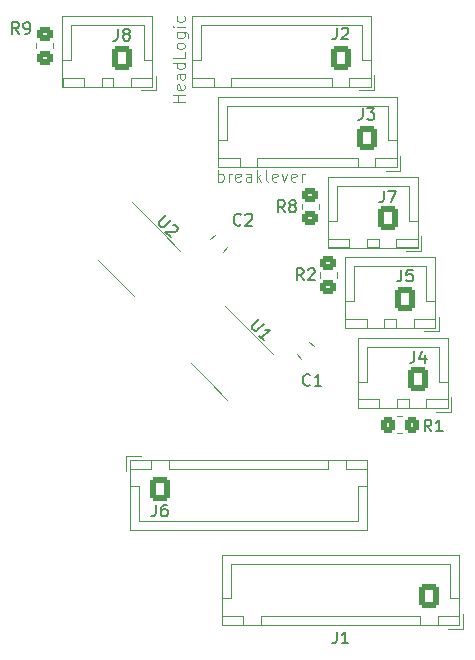
<source format=gto>
%TF.GenerationSoftware,KiCad,Pcbnew,7.0.9*%
%TF.CreationDate,2023-12-16T21:13:00+01:00*%
%TF.ProjectId,RH_GripLogicBoard_FreeJoy,52485f47-7269-4704-9c6f-676963426f61,rev?*%
%TF.SameCoordinates,Original*%
%TF.FileFunction,Legend,Top*%
%TF.FilePolarity,Positive*%
%FSLAX46Y46*%
G04 Gerber Fmt 4.6, Leading zero omitted, Abs format (unit mm)*
G04 Created by KiCad (PCBNEW 7.0.9) date 2023-12-16 21:13:00*
%MOMM*%
%LPD*%
G01*
G04 APERTURE LIST*
G04 Aperture macros list*
%AMRoundRect*
0 Rectangle with rounded corners*
0 $1 Rounding radius*
0 $2 $3 $4 $5 $6 $7 $8 $9 X,Y pos of 4 corners*
0 Add a 4 corners polygon primitive as box body*
4,1,4,$2,$3,$4,$5,$6,$7,$8,$9,$2,$3,0*
0 Add four circle primitives for the rounded corners*
1,1,$1+$1,$2,$3*
1,1,$1+$1,$4,$5*
1,1,$1+$1,$6,$7*
1,1,$1+$1,$8,$9*
0 Add four rect primitives between the rounded corners*
20,1,$1+$1,$2,$3,$4,$5,0*
20,1,$1+$1,$4,$5,$6,$7,0*
20,1,$1+$1,$6,$7,$8,$9,0*
20,1,$1+$1,$8,$9,$2,$3,0*%
G04 Aperture macros list end*
%ADD10C,0.150000*%
%ADD11C,0.100000*%
%ADD12C,0.120000*%
%ADD13RoundRect,0.250000X-0.600000X-0.725000X0.600000X-0.725000X0.600000X0.725000X-0.600000X0.725000X0*%
%ADD14O,1.700000X1.950000*%
%ADD15RoundRect,0.250000X0.600000X0.725000X-0.600000X0.725000X-0.600000X-0.725000X0.600000X-0.725000X0*%
%ADD16C,2.200000*%
%ADD17RoundRect,0.250000X-0.097227X0.574524X-0.574524X0.097227X0.097227X-0.574524X0.574524X-0.097227X0*%
%ADD18RoundRect,0.250000X0.450000X-0.350000X0.450000X0.350000X-0.450000X0.350000X-0.450000X-0.350000X0*%
%ADD19RoundRect,0.100000X-0.521491X0.380070X0.380070X-0.521491X0.521491X-0.380070X-0.380070X0.521491X0*%
%ADD20RoundRect,0.250000X0.600000X0.750000X-0.600000X0.750000X-0.600000X-0.750000X0.600000X-0.750000X0*%
%ADD21O,1.700000X2.000000*%
%ADD22RoundRect,0.250000X-0.350000X-0.450000X0.350000X-0.450000X0.350000X0.450000X-0.350000X0.450000X0*%
%ADD23RoundRect,0.250000X0.574524X0.097227X0.097227X0.574524X-0.574524X-0.097227X-0.097227X-0.574524X0*%
G04 APERTURE END LIST*
D10*
X33546666Y-56864819D02*
X33546666Y-57579104D01*
X33546666Y-57579104D02*
X33499047Y-57721961D01*
X33499047Y-57721961D02*
X33403809Y-57817200D01*
X33403809Y-57817200D02*
X33260952Y-57864819D01*
X33260952Y-57864819D02*
X33165714Y-57864819D01*
X34451428Y-56864819D02*
X34260952Y-56864819D01*
X34260952Y-56864819D02*
X34165714Y-56912438D01*
X34165714Y-56912438D02*
X34118095Y-56960057D01*
X34118095Y-56960057D02*
X34022857Y-57102914D01*
X34022857Y-57102914D02*
X33975238Y-57293390D01*
X33975238Y-57293390D02*
X33975238Y-57674342D01*
X33975238Y-57674342D02*
X34022857Y-57769580D01*
X34022857Y-57769580D02*
X34070476Y-57817200D01*
X34070476Y-57817200D02*
X34165714Y-57864819D01*
X34165714Y-57864819D02*
X34356190Y-57864819D01*
X34356190Y-57864819D02*
X34451428Y-57817200D01*
X34451428Y-57817200D02*
X34499047Y-57769580D01*
X34499047Y-57769580D02*
X34546666Y-57674342D01*
X34546666Y-57674342D02*
X34546666Y-57436247D01*
X34546666Y-57436247D02*
X34499047Y-57341009D01*
X34499047Y-57341009D02*
X34451428Y-57293390D01*
X34451428Y-57293390D02*
X34356190Y-57245771D01*
X34356190Y-57245771D02*
X34165714Y-57245771D01*
X34165714Y-57245771D02*
X34070476Y-57293390D01*
X34070476Y-57293390D02*
X34022857Y-57341009D01*
X34022857Y-57341009D02*
X33975238Y-57436247D01*
X51056666Y-23284819D02*
X51056666Y-23999104D01*
X51056666Y-23999104D02*
X51009047Y-24141961D01*
X51009047Y-24141961D02*
X50913809Y-24237200D01*
X50913809Y-24237200D02*
X50770952Y-24284819D01*
X50770952Y-24284819D02*
X50675714Y-24284819D01*
X51437619Y-23284819D02*
X52056666Y-23284819D01*
X52056666Y-23284819D02*
X51723333Y-23665771D01*
X51723333Y-23665771D02*
X51866190Y-23665771D01*
X51866190Y-23665771D02*
X51961428Y-23713390D01*
X51961428Y-23713390D02*
X52009047Y-23761009D01*
X52009047Y-23761009D02*
X52056666Y-23856247D01*
X52056666Y-23856247D02*
X52056666Y-24094342D01*
X52056666Y-24094342D02*
X52009047Y-24189580D01*
X52009047Y-24189580D02*
X51961428Y-24237200D01*
X51961428Y-24237200D02*
X51866190Y-24284819D01*
X51866190Y-24284819D02*
X51580476Y-24284819D01*
X51580476Y-24284819D02*
X51485238Y-24237200D01*
X51485238Y-24237200D02*
X51437619Y-24189580D01*
D11*
X38810951Y-29512419D02*
X38810951Y-28512419D01*
X38810951Y-28893371D02*
X38906189Y-28845752D01*
X38906189Y-28845752D02*
X39096665Y-28845752D01*
X39096665Y-28845752D02*
X39191903Y-28893371D01*
X39191903Y-28893371D02*
X39239522Y-28940990D01*
X39239522Y-28940990D02*
X39287141Y-29036228D01*
X39287141Y-29036228D02*
X39287141Y-29321942D01*
X39287141Y-29321942D02*
X39239522Y-29417180D01*
X39239522Y-29417180D02*
X39191903Y-29464800D01*
X39191903Y-29464800D02*
X39096665Y-29512419D01*
X39096665Y-29512419D02*
X38906189Y-29512419D01*
X38906189Y-29512419D02*
X38810951Y-29464800D01*
X39715713Y-29512419D02*
X39715713Y-28845752D01*
X39715713Y-29036228D02*
X39763332Y-28940990D01*
X39763332Y-28940990D02*
X39810951Y-28893371D01*
X39810951Y-28893371D02*
X39906189Y-28845752D01*
X39906189Y-28845752D02*
X40001427Y-28845752D01*
X40715713Y-29464800D02*
X40620475Y-29512419D01*
X40620475Y-29512419D02*
X40429999Y-29512419D01*
X40429999Y-29512419D02*
X40334761Y-29464800D01*
X40334761Y-29464800D02*
X40287142Y-29369561D01*
X40287142Y-29369561D02*
X40287142Y-28988609D01*
X40287142Y-28988609D02*
X40334761Y-28893371D01*
X40334761Y-28893371D02*
X40429999Y-28845752D01*
X40429999Y-28845752D02*
X40620475Y-28845752D01*
X40620475Y-28845752D02*
X40715713Y-28893371D01*
X40715713Y-28893371D02*
X40763332Y-28988609D01*
X40763332Y-28988609D02*
X40763332Y-29083847D01*
X40763332Y-29083847D02*
X40287142Y-29179085D01*
X41620475Y-29512419D02*
X41620475Y-28988609D01*
X41620475Y-28988609D02*
X41572856Y-28893371D01*
X41572856Y-28893371D02*
X41477618Y-28845752D01*
X41477618Y-28845752D02*
X41287142Y-28845752D01*
X41287142Y-28845752D02*
X41191904Y-28893371D01*
X41620475Y-29464800D02*
X41525237Y-29512419D01*
X41525237Y-29512419D02*
X41287142Y-29512419D01*
X41287142Y-29512419D02*
X41191904Y-29464800D01*
X41191904Y-29464800D02*
X41144285Y-29369561D01*
X41144285Y-29369561D02*
X41144285Y-29274323D01*
X41144285Y-29274323D02*
X41191904Y-29179085D01*
X41191904Y-29179085D02*
X41287142Y-29131466D01*
X41287142Y-29131466D02*
X41525237Y-29131466D01*
X41525237Y-29131466D02*
X41620475Y-29083847D01*
X42096666Y-29512419D02*
X42096666Y-28512419D01*
X42191904Y-29131466D02*
X42477618Y-29512419D01*
X42477618Y-28845752D02*
X42096666Y-29226704D01*
X43049047Y-29512419D02*
X42953809Y-29464800D01*
X42953809Y-29464800D02*
X42906190Y-29369561D01*
X42906190Y-29369561D02*
X42906190Y-28512419D01*
X43810952Y-29464800D02*
X43715714Y-29512419D01*
X43715714Y-29512419D02*
X43525238Y-29512419D01*
X43525238Y-29512419D02*
X43430000Y-29464800D01*
X43430000Y-29464800D02*
X43382381Y-29369561D01*
X43382381Y-29369561D02*
X43382381Y-28988609D01*
X43382381Y-28988609D02*
X43430000Y-28893371D01*
X43430000Y-28893371D02*
X43525238Y-28845752D01*
X43525238Y-28845752D02*
X43715714Y-28845752D01*
X43715714Y-28845752D02*
X43810952Y-28893371D01*
X43810952Y-28893371D02*
X43858571Y-28988609D01*
X43858571Y-28988609D02*
X43858571Y-29083847D01*
X43858571Y-29083847D02*
X43382381Y-29179085D01*
X44191905Y-28845752D02*
X44430000Y-29512419D01*
X44430000Y-29512419D02*
X44668095Y-28845752D01*
X45430000Y-29464800D02*
X45334762Y-29512419D01*
X45334762Y-29512419D02*
X45144286Y-29512419D01*
X45144286Y-29512419D02*
X45049048Y-29464800D01*
X45049048Y-29464800D02*
X45001429Y-29369561D01*
X45001429Y-29369561D02*
X45001429Y-28988609D01*
X45001429Y-28988609D02*
X45049048Y-28893371D01*
X45049048Y-28893371D02*
X45144286Y-28845752D01*
X45144286Y-28845752D02*
X45334762Y-28845752D01*
X45334762Y-28845752D02*
X45430000Y-28893371D01*
X45430000Y-28893371D02*
X45477619Y-28988609D01*
X45477619Y-28988609D02*
X45477619Y-29083847D01*
X45477619Y-29083847D02*
X45001429Y-29179085D01*
X45906191Y-29512419D02*
X45906191Y-28845752D01*
X45906191Y-29036228D02*
X45953810Y-28940990D01*
X45953810Y-28940990D02*
X46001429Y-28893371D01*
X46001429Y-28893371D02*
X46096667Y-28845752D01*
X46096667Y-28845752D02*
X46191905Y-28845752D01*
D10*
X40753333Y-33139580D02*
X40705714Y-33187200D01*
X40705714Y-33187200D02*
X40562857Y-33234819D01*
X40562857Y-33234819D02*
X40467619Y-33234819D01*
X40467619Y-33234819D02*
X40324762Y-33187200D01*
X40324762Y-33187200D02*
X40229524Y-33091961D01*
X40229524Y-33091961D02*
X40181905Y-32996723D01*
X40181905Y-32996723D02*
X40134286Y-32806247D01*
X40134286Y-32806247D02*
X40134286Y-32663390D01*
X40134286Y-32663390D02*
X40181905Y-32472914D01*
X40181905Y-32472914D02*
X40229524Y-32377676D01*
X40229524Y-32377676D02*
X40324762Y-32282438D01*
X40324762Y-32282438D02*
X40467619Y-32234819D01*
X40467619Y-32234819D02*
X40562857Y-32234819D01*
X40562857Y-32234819D02*
X40705714Y-32282438D01*
X40705714Y-32282438D02*
X40753333Y-32330057D01*
X41134286Y-32330057D02*
X41181905Y-32282438D01*
X41181905Y-32282438D02*
X41277143Y-32234819D01*
X41277143Y-32234819D02*
X41515238Y-32234819D01*
X41515238Y-32234819D02*
X41610476Y-32282438D01*
X41610476Y-32282438D02*
X41658095Y-32330057D01*
X41658095Y-32330057D02*
X41705714Y-32425295D01*
X41705714Y-32425295D02*
X41705714Y-32520533D01*
X41705714Y-32520533D02*
X41658095Y-32663390D01*
X41658095Y-32663390D02*
X41086667Y-33234819D01*
X41086667Y-33234819D02*
X41705714Y-33234819D01*
X48846666Y-67614819D02*
X48846666Y-68329104D01*
X48846666Y-68329104D02*
X48799047Y-68471961D01*
X48799047Y-68471961D02*
X48703809Y-68567200D01*
X48703809Y-68567200D02*
X48560952Y-68614819D01*
X48560952Y-68614819D02*
X48465714Y-68614819D01*
X49846666Y-68614819D02*
X49275238Y-68614819D01*
X49560952Y-68614819D02*
X49560952Y-67614819D01*
X49560952Y-67614819D02*
X49465714Y-67757676D01*
X49465714Y-67757676D02*
X49370476Y-67852914D01*
X49370476Y-67852914D02*
X49275238Y-67900533D01*
X44463333Y-32104819D02*
X44130000Y-31628628D01*
X43891905Y-32104819D02*
X43891905Y-31104819D01*
X43891905Y-31104819D02*
X44272857Y-31104819D01*
X44272857Y-31104819D02*
X44368095Y-31152438D01*
X44368095Y-31152438D02*
X44415714Y-31200057D01*
X44415714Y-31200057D02*
X44463333Y-31295295D01*
X44463333Y-31295295D02*
X44463333Y-31438152D01*
X44463333Y-31438152D02*
X44415714Y-31533390D01*
X44415714Y-31533390D02*
X44368095Y-31581009D01*
X44368095Y-31581009D02*
X44272857Y-31628628D01*
X44272857Y-31628628D02*
X43891905Y-31628628D01*
X45034762Y-31533390D02*
X44939524Y-31485771D01*
X44939524Y-31485771D02*
X44891905Y-31438152D01*
X44891905Y-31438152D02*
X44844286Y-31342914D01*
X44844286Y-31342914D02*
X44844286Y-31295295D01*
X44844286Y-31295295D02*
X44891905Y-31200057D01*
X44891905Y-31200057D02*
X44939524Y-31152438D01*
X44939524Y-31152438D02*
X45034762Y-31104819D01*
X45034762Y-31104819D02*
X45225238Y-31104819D01*
X45225238Y-31104819D02*
X45320476Y-31152438D01*
X45320476Y-31152438D02*
X45368095Y-31200057D01*
X45368095Y-31200057D02*
X45415714Y-31295295D01*
X45415714Y-31295295D02*
X45415714Y-31342914D01*
X45415714Y-31342914D02*
X45368095Y-31438152D01*
X45368095Y-31438152D02*
X45320476Y-31485771D01*
X45320476Y-31485771D02*
X45225238Y-31533390D01*
X45225238Y-31533390D02*
X45034762Y-31533390D01*
X45034762Y-31533390D02*
X44939524Y-31581009D01*
X44939524Y-31581009D02*
X44891905Y-31628628D01*
X44891905Y-31628628D02*
X44844286Y-31723866D01*
X44844286Y-31723866D02*
X44844286Y-31914342D01*
X44844286Y-31914342D02*
X44891905Y-32009580D01*
X44891905Y-32009580D02*
X44939524Y-32057200D01*
X44939524Y-32057200D02*
X45034762Y-32104819D01*
X45034762Y-32104819D02*
X45225238Y-32104819D01*
X45225238Y-32104819D02*
X45320476Y-32057200D01*
X45320476Y-32057200D02*
X45368095Y-32009580D01*
X45368095Y-32009580D02*
X45415714Y-31914342D01*
X45415714Y-31914342D02*
X45415714Y-31723866D01*
X45415714Y-31723866D02*
X45368095Y-31628628D01*
X45368095Y-31628628D02*
X45320476Y-31581009D01*
X45320476Y-31581009D02*
X45225238Y-31533390D01*
X34386271Y-32386232D02*
X33813851Y-32958652D01*
X33813851Y-32958652D02*
X33780179Y-33059667D01*
X33780179Y-33059667D02*
X33780179Y-33127011D01*
X33780179Y-33127011D02*
X33813851Y-33228026D01*
X33813851Y-33228026D02*
X33948538Y-33362713D01*
X33948538Y-33362713D02*
X34049553Y-33396385D01*
X34049553Y-33396385D02*
X34116897Y-33396385D01*
X34116897Y-33396385D02*
X34217912Y-33362713D01*
X34217912Y-33362713D02*
X34790332Y-32790293D01*
X35026034Y-33160683D02*
X35093377Y-33160683D01*
X35093377Y-33160683D02*
X35194393Y-33194354D01*
X35194393Y-33194354D02*
X35362751Y-33362713D01*
X35362751Y-33362713D02*
X35396423Y-33463728D01*
X35396423Y-33463728D02*
X35396423Y-33531072D01*
X35396423Y-33531072D02*
X35362751Y-33632087D01*
X35362751Y-33632087D02*
X35295408Y-33699431D01*
X35295408Y-33699431D02*
X35160721Y-33766774D01*
X35160721Y-33766774D02*
X34352599Y-33766774D01*
X34352599Y-33766774D02*
X34790332Y-34204507D01*
X48846666Y-16484819D02*
X48846666Y-17199104D01*
X48846666Y-17199104D02*
X48799047Y-17341961D01*
X48799047Y-17341961D02*
X48703809Y-17437200D01*
X48703809Y-17437200D02*
X48560952Y-17484819D01*
X48560952Y-17484819D02*
X48465714Y-17484819D01*
X49275238Y-16580057D02*
X49322857Y-16532438D01*
X49322857Y-16532438D02*
X49418095Y-16484819D01*
X49418095Y-16484819D02*
X49656190Y-16484819D01*
X49656190Y-16484819D02*
X49751428Y-16532438D01*
X49751428Y-16532438D02*
X49799047Y-16580057D01*
X49799047Y-16580057D02*
X49846666Y-16675295D01*
X49846666Y-16675295D02*
X49846666Y-16770533D01*
X49846666Y-16770533D02*
X49799047Y-16913390D01*
X49799047Y-16913390D02*
X49227619Y-17484819D01*
X49227619Y-17484819D02*
X49846666Y-17484819D01*
D11*
X35972419Y-22745237D02*
X34972419Y-22745237D01*
X35448609Y-22745237D02*
X35448609Y-22173809D01*
X35972419Y-22173809D02*
X34972419Y-22173809D01*
X35924800Y-21316666D02*
X35972419Y-21411904D01*
X35972419Y-21411904D02*
X35972419Y-21602380D01*
X35972419Y-21602380D02*
X35924800Y-21697618D01*
X35924800Y-21697618D02*
X35829561Y-21745237D01*
X35829561Y-21745237D02*
X35448609Y-21745237D01*
X35448609Y-21745237D02*
X35353371Y-21697618D01*
X35353371Y-21697618D02*
X35305752Y-21602380D01*
X35305752Y-21602380D02*
X35305752Y-21411904D01*
X35305752Y-21411904D02*
X35353371Y-21316666D01*
X35353371Y-21316666D02*
X35448609Y-21269047D01*
X35448609Y-21269047D02*
X35543847Y-21269047D01*
X35543847Y-21269047D02*
X35639085Y-21745237D01*
X35972419Y-20411904D02*
X35448609Y-20411904D01*
X35448609Y-20411904D02*
X35353371Y-20459523D01*
X35353371Y-20459523D02*
X35305752Y-20554761D01*
X35305752Y-20554761D02*
X35305752Y-20745237D01*
X35305752Y-20745237D02*
X35353371Y-20840475D01*
X35924800Y-20411904D02*
X35972419Y-20507142D01*
X35972419Y-20507142D02*
X35972419Y-20745237D01*
X35972419Y-20745237D02*
X35924800Y-20840475D01*
X35924800Y-20840475D02*
X35829561Y-20888094D01*
X35829561Y-20888094D02*
X35734323Y-20888094D01*
X35734323Y-20888094D02*
X35639085Y-20840475D01*
X35639085Y-20840475D02*
X35591466Y-20745237D01*
X35591466Y-20745237D02*
X35591466Y-20507142D01*
X35591466Y-20507142D02*
X35543847Y-20411904D01*
X35972419Y-19507142D02*
X34972419Y-19507142D01*
X35924800Y-19507142D02*
X35972419Y-19602380D01*
X35972419Y-19602380D02*
X35972419Y-19792856D01*
X35972419Y-19792856D02*
X35924800Y-19888094D01*
X35924800Y-19888094D02*
X35877180Y-19935713D01*
X35877180Y-19935713D02*
X35781942Y-19983332D01*
X35781942Y-19983332D02*
X35496228Y-19983332D01*
X35496228Y-19983332D02*
X35400990Y-19935713D01*
X35400990Y-19935713D02*
X35353371Y-19888094D01*
X35353371Y-19888094D02*
X35305752Y-19792856D01*
X35305752Y-19792856D02*
X35305752Y-19602380D01*
X35305752Y-19602380D02*
X35353371Y-19507142D01*
X35972419Y-18554761D02*
X35972419Y-19030951D01*
X35972419Y-19030951D02*
X34972419Y-19030951D01*
X35972419Y-18078570D02*
X35924800Y-18173808D01*
X35924800Y-18173808D02*
X35877180Y-18221427D01*
X35877180Y-18221427D02*
X35781942Y-18269046D01*
X35781942Y-18269046D02*
X35496228Y-18269046D01*
X35496228Y-18269046D02*
X35400990Y-18221427D01*
X35400990Y-18221427D02*
X35353371Y-18173808D01*
X35353371Y-18173808D02*
X35305752Y-18078570D01*
X35305752Y-18078570D02*
X35305752Y-17935713D01*
X35305752Y-17935713D02*
X35353371Y-17840475D01*
X35353371Y-17840475D02*
X35400990Y-17792856D01*
X35400990Y-17792856D02*
X35496228Y-17745237D01*
X35496228Y-17745237D02*
X35781942Y-17745237D01*
X35781942Y-17745237D02*
X35877180Y-17792856D01*
X35877180Y-17792856D02*
X35924800Y-17840475D01*
X35924800Y-17840475D02*
X35972419Y-17935713D01*
X35972419Y-17935713D02*
X35972419Y-18078570D01*
X35305752Y-16888094D02*
X36115276Y-16888094D01*
X36115276Y-16888094D02*
X36210514Y-16935713D01*
X36210514Y-16935713D02*
X36258133Y-16983332D01*
X36258133Y-16983332D02*
X36305752Y-17078570D01*
X36305752Y-17078570D02*
X36305752Y-17221427D01*
X36305752Y-17221427D02*
X36258133Y-17316665D01*
X35924800Y-16888094D02*
X35972419Y-16983332D01*
X35972419Y-16983332D02*
X35972419Y-17173808D01*
X35972419Y-17173808D02*
X35924800Y-17269046D01*
X35924800Y-17269046D02*
X35877180Y-17316665D01*
X35877180Y-17316665D02*
X35781942Y-17364284D01*
X35781942Y-17364284D02*
X35496228Y-17364284D01*
X35496228Y-17364284D02*
X35400990Y-17316665D01*
X35400990Y-17316665D02*
X35353371Y-17269046D01*
X35353371Y-17269046D02*
X35305752Y-17173808D01*
X35305752Y-17173808D02*
X35305752Y-16983332D01*
X35305752Y-16983332D02*
X35353371Y-16888094D01*
X35972419Y-16411903D02*
X35305752Y-16411903D01*
X34972419Y-16411903D02*
X35020038Y-16459522D01*
X35020038Y-16459522D02*
X35067657Y-16411903D01*
X35067657Y-16411903D02*
X35020038Y-16364284D01*
X35020038Y-16364284D02*
X34972419Y-16411903D01*
X34972419Y-16411903D02*
X35067657Y-16411903D01*
X35924800Y-15507142D02*
X35972419Y-15602380D01*
X35972419Y-15602380D02*
X35972419Y-15792856D01*
X35972419Y-15792856D02*
X35924800Y-15888094D01*
X35924800Y-15888094D02*
X35877180Y-15935713D01*
X35877180Y-15935713D02*
X35781942Y-15983332D01*
X35781942Y-15983332D02*
X35496228Y-15983332D01*
X35496228Y-15983332D02*
X35400990Y-15935713D01*
X35400990Y-15935713D02*
X35353371Y-15888094D01*
X35353371Y-15888094D02*
X35305752Y-15792856D01*
X35305752Y-15792856D02*
X35305752Y-15602380D01*
X35305752Y-15602380D02*
X35353371Y-15507142D01*
D10*
X54336666Y-36974819D02*
X54336666Y-37689104D01*
X54336666Y-37689104D02*
X54289047Y-37831961D01*
X54289047Y-37831961D02*
X54193809Y-37927200D01*
X54193809Y-37927200D02*
X54050952Y-37974819D01*
X54050952Y-37974819D02*
X53955714Y-37974819D01*
X55289047Y-36974819D02*
X54812857Y-36974819D01*
X54812857Y-36974819D02*
X54765238Y-37451009D01*
X54765238Y-37451009D02*
X54812857Y-37403390D01*
X54812857Y-37403390D02*
X54908095Y-37355771D01*
X54908095Y-37355771D02*
X55146190Y-37355771D01*
X55146190Y-37355771D02*
X55241428Y-37403390D01*
X55241428Y-37403390D02*
X55289047Y-37451009D01*
X55289047Y-37451009D02*
X55336666Y-37546247D01*
X55336666Y-37546247D02*
X55336666Y-37784342D01*
X55336666Y-37784342D02*
X55289047Y-37879580D01*
X55289047Y-37879580D02*
X55241428Y-37927200D01*
X55241428Y-37927200D02*
X55146190Y-37974819D01*
X55146190Y-37974819D02*
X54908095Y-37974819D01*
X54908095Y-37974819D02*
X54812857Y-37927200D01*
X54812857Y-37927200D02*
X54765238Y-37879580D01*
X56863333Y-50664819D02*
X56530000Y-50188628D01*
X56291905Y-50664819D02*
X56291905Y-49664819D01*
X56291905Y-49664819D02*
X56672857Y-49664819D01*
X56672857Y-49664819D02*
X56768095Y-49712438D01*
X56768095Y-49712438D02*
X56815714Y-49760057D01*
X56815714Y-49760057D02*
X56863333Y-49855295D01*
X56863333Y-49855295D02*
X56863333Y-49998152D01*
X56863333Y-49998152D02*
X56815714Y-50093390D01*
X56815714Y-50093390D02*
X56768095Y-50141009D01*
X56768095Y-50141009D02*
X56672857Y-50188628D01*
X56672857Y-50188628D02*
X56291905Y-50188628D01*
X57815714Y-50664819D02*
X57244286Y-50664819D01*
X57530000Y-50664819D02*
X57530000Y-49664819D01*
X57530000Y-49664819D02*
X57434762Y-49807676D01*
X57434762Y-49807676D02*
X57339524Y-49902914D01*
X57339524Y-49902914D02*
X57244286Y-49950533D01*
X46053333Y-37864819D02*
X45720000Y-37388628D01*
X45481905Y-37864819D02*
X45481905Y-36864819D01*
X45481905Y-36864819D02*
X45862857Y-36864819D01*
X45862857Y-36864819D02*
X45958095Y-36912438D01*
X45958095Y-36912438D02*
X46005714Y-36960057D01*
X46005714Y-36960057D02*
X46053333Y-37055295D01*
X46053333Y-37055295D02*
X46053333Y-37198152D01*
X46053333Y-37198152D02*
X46005714Y-37293390D01*
X46005714Y-37293390D02*
X45958095Y-37341009D01*
X45958095Y-37341009D02*
X45862857Y-37388628D01*
X45862857Y-37388628D02*
X45481905Y-37388628D01*
X46434286Y-36960057D02*
X46481905Y-36912438D01*
X46481905Y-36912438D02*
X46577143Y-36864819D01*
X46577143Y-36864819D02*
X46815238Y-36864819D01*
X46815238Y-36864819D02*
X46910476Y-36912438D01*
X46910476Y-36912438D02*
X46958095Y-36960057D01*
X46958095Y-36960057D02*
X47005714Y-37055295D01*
X47005714Y-37055295D02*
X47005714Y-37150533D01*
X47005714Y-37150533D02*
X46958095Y-37293390D01*
X46958095Y-37293390D02*
X46386667Y-37864819D01*
X46386667Y-37864819D02*
X47005714Y-37864819D01*
X52836666Y-30274819D02*
X52836666Y-30989104D01*
X52836666Y-30989104D02*
X52789047Y-31131961D01*
X52789047Y-31131961D02*
X52693809Y-31227200D01*
X52693809Y-31227200D02*
X52550952Y-31274819D01*
X52550952Y-31274819D02*
X52455714Y-31274819D01*
X53217619Y-30274819D02*
X53884285Y-30274819D01*
X53884285Y-30274819D02*
X53455714Y-31274819D01*
X30336666Y-16574819D02*
X30336666Y-17289104D01*
X30336666Y-17289104D02*
X30289047Y-17431961D01*
X30289047Y-17431961D02*
X30193809Y-17527200D01*
X30193809Y-17527200D02*
X30050952Y-17574819D01*
X30050952Y-17574819D02*
X29955714Y-17574819D01*
X30955714Y-17003390D02*
X30860476Y-16955771D01*
X30860476Y-16955771D02*
X30812857Y-16908152D01*
X30812857Y-16908152D02*
X30765238Y-16812914D01*
X30765238Y-16812914D02*
X30765238Y-16765295D01*
X30765238Y-16765295D02*
X30812857Y-16670057D01*
X30812857Y-16670057D02*
X30860476Y-16622438D01*
X30860476Y-16622438D02*
X30955714Y-16574819D01*
X30955714Y-16574819D02*
X31146190Y-16574819D01*
X31146190Y-16574819D02*
X31241428Y-16622438D01*
X31241428Y-16622438D02*
X31289047Y-16670057D01*
X31289047Y-16670057D02*
X31336666Y-16765295D01*
X31336666Y-16765295D02*
X31336666Y-16812914D01*
X31336666Y-16812914D02*
X31289047Y-16908152D01*
X31289047Y-16908152D02*
X31241428Y-16955771D01*
X31241428Y-16955771D02*
X31146190Y-17003390D01*
X31146190Y-17003390D02*
X30955714Y-17003390D01*
X30955714Y-17003390D02*
X30860476Y-17051009D01*
X30860476Y-17051009D02*
X30812857Y-17098628D01*
X30812857Y-17098628D02*
X30765238Y-17193866D01*
X30765238Y-17193866D02*
X30765238Y-17384342D01*
X30765238Y-17384342D02*
X30812857Y-17479580D01*
X30812857Y-17479580D02*
X30860476Y-17527200D01*
X30860476Y-17527200D02*
X30955714Y-17574819D01*
X30955714Y-17574819D02*
X31146190Y-17574819D01*
X31146190Y-17574819D02*
X31241428Y-17527200D01*
X31241428Y-17527200D02*
X31289047Y-17479580D01*
X31289047Y-17479580D02*
X31336666Y-17384342D01*
X31336666Y-17384342D02*
X31336666Y-17193866D01*
X31336666Y-17193866D02*
X31289047Y-17098628D01*
X31289047Y-17098628D02*
X31241428Y-17051009D01*
X31241428Y-17051009D02*
X31146190Y-17003390D01*
X55436666Y-43874819D02*
X55436666Y-44589104D01*
X55436666Y-44589104D02*
X55389047Y-44731961D01*
X55389047Y-44731961D02*
X55293809Y-44827200D01*
X55293809Y-44827200D02*
X55150952Y-44874819D01*
X55150952Y-44874819D02*
X55055714Y-44874819D01*
X56341428Y-44208152D02*
X56341428Y-44874819D01*
X56103333Y-43827200D02*
X55865238Y-44541485D01*
X55865238Y-44541485D02*
X56484285Y-44541485D01*
X42266271Y-41136232D02*
X41693851Y-41708652D01*
X41693851Y-41708652D02*
X41660179Y-41809667D01*
X41660179Y-41809667D02*
X41660179Y-41877011D01*
X41660179Y-41877011D02*
X41693851Y-41978026D01*
X41693851Y-41978026D02*
X41828538Y-42112713D01*
X41828538Y-42112713D02*
X41929553Y-42146385D01*
X41929553Y-42146385D02*
X41996897Y-42146385D01*
X41996897Y-42146385D02*
X42097912Y-42112713D01*
X42097912Y-42112713D02*
X42670332Y-41540293D01*
X42670332Y-42954507D02*
X42266271Y-42550446D01*
X42468301Y-42752476D02*
X43175408Y-42045370D01*
X43175408Y-42045370D02*
X43007049Y-42079041D01*
X43007049Y-42079041D02*
X42872362Y-42079041D01*
X42872362Y-42079041D02*
X42771347Y-42045370D01*
X21953333Y-17004819D02*
X21620000Y-16528628D01*
X21381905Y-17004819D02*
X21381905Y-16004819D01*
X21381905Y-16004819D02*
X21762857Y-16004819D01*
X21762857Y-16004819D02*
X21858095Y-16052438D01*
X21858095Y-16052438D02*
X21905714Y-16100057D01*
X21905714Y-16100057D02*
X21953333Y-16195295D01*
X21953333Y-16195295D02*
X21953333Y-16338152D01*
X21953333Y-16338152D02*
X21905714Y-16433390D01*
X21905714Y-16433390D02*
X21858095Y-16481009D01*
X21858095Y-16481009D02*
X21762857Y-16528628D01*
X21762857Y-16528628D02*
X21381905Y-16528628D01*
X22429524Y-17004819D02*
X22620000Y-17004819D01*
X22620000Y-17004819D02*
X22715238Y-16957200D01*
X22715238Y-16957200D02*
X22762857Y-16909580D01*
X22762857Y-16909580D02*
X22858095Y-16766723D01*
X22858095Y-16766723D02*
X22905714Y-16576247D01*
X22905714Y-16576247D02*
X22905714Y-16195295D01*
X22905714Y-16195295D02*
X22858095Y-16100057D01*
X22858095Y-16100057D02*
X22810476Y-16052438D01*
X22810476Y-16052438D02*
X22715238Y-16004819D01*
X22715238Y-16004819D02*
X22524762Y-16004819D01*
X22524762Y-16004819D02*
X22429524Y-16052438D01*
X22429524Y-16052438D02*
X22381905Y-16100057D01*
X22381905Y-16100057D02*
X22334286Y-16195295D01*
X22334286Y-16195295D02*
X22334286Y-16433390D01*
X22334286Y-16433390D02*
X22381905Y-16528628D01*
X22381905Y-16528628D02*
X22429524Y-16576247D01*
X22429524Y-16576247D02*
X22524762Y-16623866D01*
X22524762Y-16623866D02*
X22715238Y-16623866D01*
X22715238Y-16623866D02*
X22810476Y-16576247D01*
X22810476Y-16576247D02*
X22858095Y-16528628D01*
X22858095Y-16528628D02*
X22905714Y-16433390D01*
X46603333Y-46709580D02*
X46555714Y-46757200D01*
X46555714Y-46757200D02*
X46412857Y-46804819D01*
X46412857Y-46804819D02*
X46317619Y-46804819D01*
X46317619Y-46804819D02*
X46174762Y-46757200D01*
X46174762Y-46757200D02*
X46079524Y-46661961D01*
X46079524Y-46661961D02*
X46031905Y-46566723D01*
X46031905Y-46566723D02*
X45984286Y-46376247D01*
X45984286Y-46376247D02*
X45984286Y-46233390D01*
X45984286Y-46233390D02*
X46031905Y-46042914D01*
X46031905Y-46042914D02*
X46079524Y-45947676D01*
X46079524Y-45947676D02*
X46174762Y-45852438D01*
X46174762Y-45852438D02*
X46317619Y-45804819D01*
X46317619Y-45804819D02*
X46412857Y-45804819D01*
X46412857Y-45804819D02*
X46555714Y-45852438D01*
X46555714Y-45852438D02*
X46603333Y-45900057D01*
X47555714Y-46804819D02*
X46984286Y-46804819D01*
X47270000Y-46804819D02*
X47270000Y-45804819D01*
X47270000Y-45804819D02*
X47174762Y-45947676D01*
X47174762Y-45947676D02*
X47079524Y-46042914D01*
X47079524Y-46042914D02*
X46984286Y-46090533D01*
D12*
X31040000Y-52770000D02*
X31040000Y-54020000D01*
X31330000Y-53060000D02*
X31330000Y-59030000D01*
X31330000Y-59030000D02*
X51450000Y-59030000D01*
X31340000Y-53070000D02*
X31340000Y-53820000D01*
X31340000Y-53820000D02*
X33140000Y-53820000D01*
X31340000Y-55320000D02*
X32090000Y-55320000D01*
X32090000Y-55320000D02*
X32090000Y-58270000D01*
X32090000Y-58270000D02*
X41390000Y-58270000D01*
X32290000Y-52770000D02*
X31040000Y-52770000D01*
X33140000Y-53070000D02*
X31340000Y-53070000D01*
X33140000Y-53820000D02*
X33140000Y-53070000D01*
X34640000Y-53070000D02*
X34640000Y-53820000D01*
X34640000Y-53820000D02*
X48140000Y-53820000D01*
X48140000Y-53070000D02*
X34640000Y-53070000D01*
X48140000Y-53820000D02*
X48140000Y-53070000D01*
X49640000Y-53070000D02*
X49640000Y-53820000D01*
X49640000Y-53820000D02*
X51440000Y-53820000D01*
X50690000Y-55320000D02*
X50690000Y-58270000D01*
X50690000Y-58270000D02*
X41390000Y-58270000D01*
X51440000Y-53070000D02*
X49640000Y-53070000D01*
X51440000Y-53820000D02*
X51440000Y-53070000D01*
X51440000Y-55320000D02*
X50690000Y-55320000D01*
X51450000Y-53060000D02*
X31330000Y-53060000D01*
X51450000Y-59030000D02*
X51450000Y-53060000D01*
X54240000Y-28580000D02*
X54240000Y-27330000D01*
X53950000Y-28290000D02*
X53950000Y-22320000D01*
X53950000Y-22320000D02*
X38830000Y-22320000D01*
X53940000Y-28280000D02*
X53940000Y-27530000D01*
X53940000Y-27530000D02*
X52140000Y-27530000D01*
X53940000Y-26030000D02*
X53190000Y-26030000D01*
X53190000Y-26030000D02*
X53190000Y-23080000D01*
X53190000Y-23080000D02*
X46390000Y-23080000D01*
X52990000Y-28580000D02*
X54240000Y-28580000D01*
X52140000Y-28280000D02*
X53940000Y-28280000D01*
X52140000Y-27530000D02*
X52140000Y-28280000D01*
X50640000Y-28280000D02*
X50640000Y-27530000D01*
X50640000Y-27530000D02*
X42140000Y-27530000D01*
X42140000Y-28280000D02*
X50640000Y-28280000D01*
X42140000Y-27530000D02*
X42140000Y-28280000D01*
X40640000Y-28280000D02*
X40640000Y-27530000D01*
X40640000Y-27530000D02*
X38840000Y-27530000D01*
X39590000Y-26030000D02*
X39590000Y-23080000D01*
X39590000Y-23080000D02*
X46390000Y-23080000D01*
X38840000Y-28280000D02*
X40640000Y-28280000D01*
X38840000Y-27530000D02*
X38840000Y-28280000D01*
X38840000Y-26030000D02*
X39590000Y-26030000D01*
X38830000Y-28290000D02*
X53950000Y-28290000D01*
X38830000Y-22320000D02*
X38830000Y-28290000D01*
X39574457Y-35074990D02*
X39204990Y-35444457D01*
X38535010Y-34035543D02*
X38165543Y-34405010D01*
X59530000Y-67360000D02*
X59530000Y-66110000D01*
X59240000Y-67070000D02*
X59240000Y-61100000D01*
X59240000Y-61100000D02*
X39120000Y-61100000D01*
X59230000Y-67060000D02*
X59230000Y-66310000D01*
X59230000Y-66310000D02*
X57430000Y-66310000D01*
X59230000Y-64810000D02*
X58480000Y-64810000D01*
X58480000Y-64810000D02*
X58480000Y-61860000D01*
X58480000Y-61860000D02*
X49180000Y-61860000D01*
X58280000Y-67360000D02*
X59530000Y-67360000D01*
X57430000Y-67060000D02*
X59230000Y-67060000D01*
X57430000Y-66310000D02*
X57430000Y-67060000D01*
X55930000Y-67060000D02*
X55930000Y-66310000D01*
X55930000Y-66310000D02*
X42430000Y-66310000D01*
X42430000Y-67060000D02*
X55930000Y-67060000D01*
X42430000Y-66310000D02*
X42430000Y-67060000D01*
X40930000Y-67060000D02*
X40930000Y-66310000D01*
X40930000Y-66310000D02*
X39130000Y-66310000D01*
X39880000Y-64810000D02*
X39880000Y-61860000D01*
X39880000Y-61860000D02*
X49180000Y-61860000D01*
X39130000Y-67060000D02*
X40930000Y-67060000D01*
X39130000Y-66310000D02*
X39130000Y-67060000D01*
X39130000Y-64810000D02*
X39880000Y-64810000D01*
X39120000Y-67070000D02*
X59240000Y-67070000D01*
X39120000Y-61100000D02*
X39120000Y-67070000D01*
X45895000Y-31867064D02*
X45895000Y-31412936D01*
X47365000Y-31867064D02*
X47365000Y-31412936D01*
X34033937Y-33816063D02*
X31488353Y-31270479D01*
X34033937Y-33816063D02*
X35589572Y-35371698D01*
X30166063Y-37683937D02*
X28610428Y-36128302D01*
X30166063Y-37683937D02*
X31721698Y-39239572D01*
X52030000Y-21780000D02*
X52030000Y-20530000D01*
X51740000Y-21490000D02*
X51740000Y-15520000D01*
X51740000Y-15520000D02*
X36620000Y-15520000D01*
X51730000Y-21480000D02*
X51730000Y-20730000D01*
X51730000Y-20730000D02*
X49930000Y-20730000D01*
X51730000Y-19230000D02*
X50980000Y-19230000D01*
X50980000Y-19230000D02*
X50980000Y-16280000D01*
X50980000Y-16280000D02*
X44180000Y-16280000D01*
X50780000Y-21780000D02*
X52030000Y-21780000D01*
X49930000Y-21480000D02*
X51730000Y-21480000D01*
X49930000Y-20730000D02*
X49930000Y-21480000D01*
X48430000Y-21480000D02*
X48430000Y-20730000D01*
X48430000Y-20730000D02*
X39930000Y-20730000D01*
X39930000Y-21480000D02*
X48430000Y-21480000D01*
X39930000Y-20730000D02*
X39930000Y-21480000D01*
X38430000Y-21480000D02*
X38430000Y-20730000D01*
X38430000Y-20730000D02*
X36630000Y-20730000D01*
X37380000Y-19230000D02*
X37380000Y-16280000D01*
X37380000Y-16280000D02*
X44180000Y-16280000D01*
X36630000Y-21480000D02*
X38430000Y-21480000D01*
X36630000Y-20730000D02*
X36630000Y-21480000D01*
X36630000Y-19230000D02*
X37380000Y-19230000D01*
X36620000Y-21490000D02*
X51740000Y-21490000D01*
X36620000Y-15520000D02*
X36620000Y-21490000D01*
X57480000Y-42190000D02*
X57480000Y-40940000D01*
X57190000Y-41900000D02*
X57190000Y-35930000D01*
X57190000Y-35930000D02*
X49570000Y-35930000D01*
X57180000Y-41890000D02*
X57180000Y-41140000D01*
X57180000Y-41140000D02*
X55380000Y-41140000D01*
X57180000Y-39640000D02*
X56430000Y-39640000D01*
X56430000Y-39640000D02*
X56430000Y-36690000D01*
X56430000Y-36690000D02*
X53380000Y-36690000D01*
X56230000Y-42190000D02*
X57480000Y-42190000D01*
X55380000Y-41890000D02*
X57180000Y-41890000D01*
X55380000Y-41140000D02*
X55380000Y-41890000D01*
X53880000Y-41890000D02*
X53880000Y-41140000D01*
X53880000Y-41140000D02*
X52880000Y-41140000D01*
X52880000Y-41890000D02*
X53880000Y-41890000D01*
X52880000Y-41140000D02*
X52880000Y-41890000D01*
X51380000Y-41890000D02*
X51380000Y-41140000D01*
X51380000Y-41140000D02*
X49580000Y-41140000D01*
X50330000Y-39640000D02*
X50330000Y-36690000D01*
X50330000Y-36690000D02*
X53380000Y-36690000D01*
X49580000Y-41890000D02*
X51380000Y-41890000D01*
X49580000Y-41140000D02*
X49580000Y-41890000D01*
X49580000Y-39640000D02*
X50330000Y-39640000D01*
X49570000Y-41900000D02*
X57190000Y-41900000D01*
X49570000Y-35930000D02*
X49570000Y-41900000D01*
X53972936Y-49365000D02*
X54427064Y-49365000D01*
X53972936Y-50835000D02*
X54427064Y-50835000D01*
X47405000Y-37647064D02*
X47405000Y-37192936D01*
X48875000Y-37647064D02*
X48875000Y-37192936D01*
X56010000Y-35390000D02*
X56010000Y-34140000D01*
X55720000Y-35100000D02*
X55720000Y-29130000D01*
X55720000Y-29130000D02*
X48100000Y-29130000D01*
X55710000Y-35090000D02*
X55710000Y-34340000D01*
X55710000Y-34340000D02*
X53910000Y-34340000D01*
X55710000Y-32840000D02*
X54960000Y-32840000D01*
X54960000Y-32840000D02*
X54960000Y-29890000D01*
X54960000Y-29890000D02*
X51910000Y-29890000D01*
X54760000Y-35390000D02*
X56010000Y-35390000D01*
X53910000Y-35090000D02*
X55710000Y-35090000D01*
X53910000Y-34340000D02*
X53910000Y-35090000D01*
X52410000Y-35090000D02*
X52410000Y-34340000D01*
X52410000Y-34340000D02*
X51410000Y-34340000D01*
X51410000Y-35090000D02*
X52410000Y-35090000D01*
X51410000Y-34340000D02*
X51410000Y-35090000D01*
X49910000Y-35090000D02*
X49910000Y-34340000D01*
X49910000Y-34340000D02*
X48110000Y-34340000D01*
X48860000Y-32840000D02*
X48860000Y-29890000D01*
X48860000Y-29890000D02*
X51910000Y-29890000D01*
X48110000Y-35090000D02*
X49910000Y-35090000D01*
X48110000Y-34340000D02*
X48110000Y-35090000D01*
X48110000Y-32840000D02*
X48860000Y-32840000D01*
X48100000Y-35100000D02*
X55720000Y-35100000D01*
X48100000Y-29130000D02*
X48100000Y-35100000D01*
X33550000Y-21785000D02*
X33550000Y-20535000D01*
X33260000Y-21495000D02*
X33260000Y-15525000D01*
X33260000Y-15525000D02*
X25640000Y-15525000D01*
X33250000Y-21485000D02*
X33250000Y-20735000D01*
X33250000Y-20735000D02*
X31450000Y-20735000D01*
X33250000Y-19235000D02*
X32500000Y-19235000D01*
X32500000Y-19235000D02*
X32500000Y-16285000D01*
X32500000Y-16285000D02*
X29450000Y-16285000D01*
X32300000Y-21785000D02*
X33550000Y-21785000D01*
X31450000Y-21485000D02*
X33250000Y-21485000D01*
X31450000Y-20735000D02*
X31450000Y-21485000D01*
X29950000Y-21485000D02*
X29950000Y-20735000D01*
X29950000Y-20735000D02*
X28950000Y-20735000D01*
X28950000Y-21485000D02*
X29950000Y-21485000D01*
X28950000Y-20735000D02*
X28950000Y-21485000D01*
X27450000Y-21485000D02*
X27450000Y-20735000D01*
X27450000Y-20735000D02*
X25650000Y-20735000D01*
X26400000Y-19235000D02*
X26400000Y-16285000D01*
X26400000Y-16285000D02*
X29450000Y-16285000D01*
X25650000Y-21485000D02*
X27450000Y-21485000D01*
X25650000Y-20735000D02*
X25650000Y-21485000D01*
X25650000Y-19235000D02*
X26400000Y-19235000D01*
X25640000Y-21495000D02*
X33260000Y-21495000D01*
X25640000Y-15525000D02*
X25640000Y-21495000D01*
X58550000Y-49000000D02*
X58550000Y-47750000D01*
X58260000Y-48710000D02*
X58260000Y-42740000D01*
X58260000Y-42740000D02*
X50640000Y-42740000D01*
X58250000Y-48700000D02*
X58250000Y-47950000D01*
X58250000Y-47950000D02*
X56450000Y-47950000D01*
X58250000Y-46450000D02*
X57500000Y-46450000D01*
X57500000Y-46450000D02*
X57500000Y-43500000D01*
X57500000Y-43500000D02*
X54450000Y-43500000D01*
X57300000Y-49000000D02*
X58550000Y-49000000D01*
X56450000Y-48700000D02*
X58250000Y-48700000D01*
X56450000Y-47950000D02*
X56450000Y-48700000D01*
X54950000Y-48700000D02*
X54950000Y-47950000D01*
X54950000Y-47950000D02*
X53950000Y-47950000D01*
X53950000Y-48700000D02*
X54950000Y-48700000D01*
X53950000Y-47950000D02*
X53950000Y-48700000D01*
X52450000Y-48700000D02*
X52450000Y-47950000D01*
X52450000Y-47950000D02*
X50650000Y-47950000D01*
X51400000Y-46450000D02*
X51400000Y-43500000D01*
X51400000Y-43500000D02*
X54450000Y-43500000D01*
X50650000Y-48700000D02*
X52450000Y-48700000D01*
X50650000Y-47950000D02*
X50650000Y-48700000D01*
X50650000Y-46450000D02*
X51400000Y-46450000D01*
X50640000Y-48710000D02*
X58260000Y-48710000D01*
X50640000Y-42740000D02*
X50640000Y-48710000D01*
X41913937Y-42566063D02*
X39368353Y-40020479D01*
X41913937Y-42566063D02*
X43469572Y-44121698D01*
X38046063Y-46433937D02*
X36490428Y-44878302D01*
X38046063Y-46433937D02*
X39601698Y-47989572D01*
X23405000Y-18237064D02*
X23405000Y-17782936D01*
X24875000Y-18237064D02*
X24875000Y-17782936D01*
X45865010Y-44514457D02*
X45495543Y-44144990D01*
X46904457Y-43475010D02*
X46534990Y-43105543D01*
%LPC*%
D13*
X33890000Y-55520000D03*
D14*
X36390000Y-55520000D03*
X38890000Y-55520000D03*
X41390000Y-55520000D03*
X43890000Y-55520000D03*
X46390000Y-55520000D03*
X48890000Y-55520000D03*
D15*
X51390000Y-25830000D03*
D14*
X48890000Y-25830000D03*
X46390000Y-25830000D03*
X43890000Y-25830000D03*
X41390000Y-25830000D03*
D16*
X30930000Y-24390000D03*
D17*
X39603623Y-34006377D03*
X38136377Y-35473623D03*
D16*
X56310000Y-56850000D03*
D15*
X56680000Y-64610000D03*
D14*
X54180000Y-64610000D03*
X51680000Y-64610000D03*
X49180000Y-64610000D03*
X46680000Y-64610000D03*
X44180000Y-64610000D03*
X41680000Y-64610000D03*
D18*
X46630000Y-32640000D03*
X46630000Y-30640000D03*
D19*
X31684575Y-32117239D03*
X31224955Y-32576858D03*
X30765336Y-33036478D03*
X30305717Y-33496097D03*
X29846097Y-33955717D03*
X29386478Y-34415336D03*
X28926858Y-34874955D03*
X28467239Y-35334575D03*
X32515425Y-39382761D03*
X32975045Y-38923142D03*
X33434664Y-38463522D03*
X33894283Y-38003903D03*
X34353903Y-37544283D03*
X34813522Y-37084664D03*
X35273142Y-36625045D03*
X35732761Y-36165425D03*
D15*
X49180000Y-19030000D03*
D14*
X46680000Y-19030000D03*
X44180000Y-19030000D03*
X41680000Y-19030000D03*
X39180000Y-19030000D03*
D20*
X54630000Y-39440000D03*
D21*
X52130000Y-39440000D03*
D22*
X53200000Y-50100000D03*
X55200000Y-50100000D03*
D18*
X48140000Y-38420000D03*
X48140000Y-36420000D03*
D20*
X53160000Y-32640000D03*
D21*
X50660000Y-32640000D03*
D20*
X30700000Y-19035000D03*
D21*
X28200000Y-19035000D03*
D20*
X55700000Y-46250000D03*
D21*
X53200000Y-46250000D03*
D19*
X39564575Y-40867239D03*
X39104955Y-41326858D03*
X38645336Y-41786478D03*
X38185717Y-42246097D03*
X37726097Y-42705717D03*
X37266478Y-43165336D03*
X36806858Y-43624955D03*
X36347239Y-44084575D03*
X40395425Y-48132761D03*
X40855045Y-47673142D03*
X41314664Y-47213522D03*
X41774283Y-46753903D03*
X42233903Y-46294283D03*
X42693522Y-45834664D03*
X43153142Y-45375045D03*
X43612761Y-44915425D03*
D18*
X24140000Y-19010000D03*
X24140000Y-17010000D03*
D23*
X46933623Y-44543623D03*
X45466377Y-43076377D03*
%LPD*%
M02*

</source>
